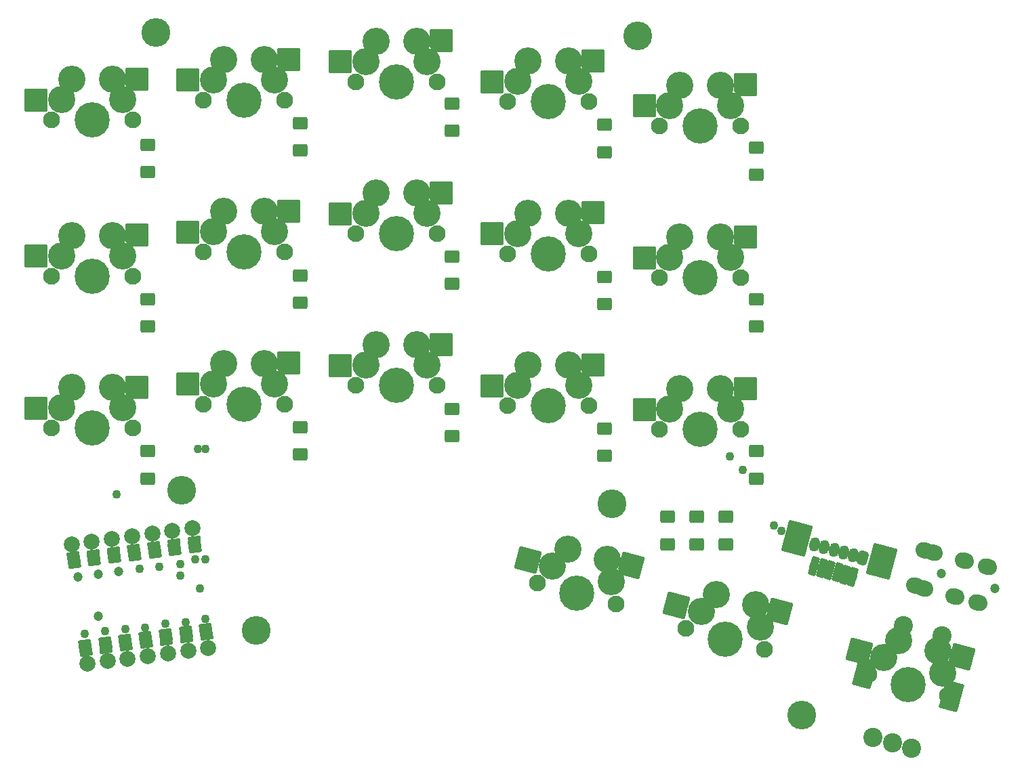
<source format=gbs>
G04 #@! TF.GenerationSoftware,KiCad,Pcbnew,7.0.5*
G04 #@! TF.CreationDate,2024-01-08T16:38:30+08:00*
G04 #@! TF.ProjectId,awkb_v2_mx,61776b62-5f76-4325-9f6d-782e6b696361,rev?*
G04 #@! TF.SameCoordinates,Original*
G04 #@! TF.FileFunction,Soldermask,Bot*
G04 #@! TF.FilePolarity,Negative*
%FSLAX46Y46*%
G04 Gerber Fmt 4.6, Leading zero omitted, Abs format (unit mm)*
G04 Created by KiCad (PCBNEW 7.0.5) date 2024-01-08 16:38:30*
%MOMM*%
%LPD*%
G01*
G04 APERTURE LIST*
G04 Aperture macros list*
%AMRoundRect*
0 Rectangle with rounded corners*
0 $1 Rounding radius*
0 $2 $3 $4 $5 $6 $7 $8 $9 X,Y pos of 4 corners*
0 Add a 4 corners polygon primitive as box body*
4,1,4,$2,$3,$4,$5,$6,$7,$8,$9,$2,$3,0*
0 Add four circle primitives for the rounded corners*
1,1,$1+$1,$2,$3*
1,1,$1+$1,$4,$5*
1,1,$1+$1,$6,$7*
1,1,$1+$1,$8,$9*
0 Add four rect primitives between the rounded corners*
20,1,$1+$1,$2,$3,$4,$5,0*
20,1,$1+$1,$4,$5,$6,$7,0*
20,1,$1+$1,$6,$7,$8,$9,0*
20,1,$1+$1,$8,$9,$2,$3,0*%
%AMHorizOval*
0 Thick line with rounded ends*
0 $1 width*
0 $2 $3 position (X,Y) of the first rounded end (center of the circle)*
0 $4 $5 position (X,Y) of the second rounded end (center of the circle)*
0 Add line between two ends*
20,1,$1,$2,$3,$4,$5,0*
0 Add two circle primitives to create the rounded ends*
1,1,$1,$2,$3*
1,1,$1,$4,$5*%
%AMFreePoly0*
4,1,37,1.228070,1.434758,1.247030,1.430987,1.319133,1.401121,1.335206,1.390381,1.390381,1.335206,1.401121,1.319133,1.430987,1.247030,1.434758,1.228070,1.438600,1.189056,1.438600,-1.189056,1.434758,-1.228070,1.430987,-1.247030,1.401121,-1.319133,1.390381,-1.335206,1.335206,-1.390381,1.319133,-1.401121,1.247030,-1.430987,1.228070,-1.434758,1.189056,-1.438600,-0.743160,-1.438600,
-0.829937,-1.418794,-0.884581,-1.380021,-1.380021,-0.884581,-1.427377,-0.809216,-1.438600,-0.743160,-1.438600,1.189056,-1.434758,1.228070,-1.430987,1.247030,-1.401121,1.319133,-1.390381,1.335206,-1.335206,1.390381,-1.319133,1.401121,-1.247030,1.430987,-1.228070,1.434758,-1.189056,1.438600,1.189056,1.438600,1.228070,1.434758,1.228070,1.434758,$1*%
%AMFreePoly1*
4,1,22,0.106406,0.569345,0.141421,0.541421,0.741421,-0.058579,0.788777,-0.133944,0.800000,-0.200000,0.800000,-0.400000,0.780193,-0.486777,0.724698,-0.556366,0.644504,-0.594986,0.600000,-0.600000,-0.600000,-0.600000,-0.686777,-0.580194,-0.756366,-0.524698,-0.794986,-0.444504,-0.800000,-0.400000,-0.800000,-0.200000,-0.780194,-0.113223,-0.741421,-0.058579,-0.141421,0.541421,-0.066056,0.588777,
0.022393,0.598742,0.106406,0.569345,0.106406,0.569345,$1*%
%AMFreePoly2*
4,1,26,0.686777,0.430194,0.756366,0.374698,0.794986,0.294504,0.800000,0.250000,0.800000,-1.000000,0.780194,-1.086777,0.724698,-1.156366,0.644504,-1.194986,0.555496,-1.194986,0.475302,-1.156366,0.458579,-1.141421,0.000000,-0.682842,-0.458579,-1.141421,-0.533944,-1.188778,-0.622393,-1.198742,-0.706406,-1.169345,-0.769345,-1.106406,-0.798742,-1.022393,-0.800000,-1.000000,-0.800000,0.250000,
-0.780194,0.336777,-0.724699,0.406366,-0.644505,0.444986,-0.600000,0.450000,0.600000,0.450000,0.686777,0.430194,0.686777,0.430194,$1*%
G04 Aperture macros list end*
%ADD10C,0.100000*%
%ADD11RoundRect,0.200000X0.700000X-0.600000X0.700000X0.600000X-0.700000X0.600000X-0.700000X-0.600000X0*%
%ADD12RoundRect,0.200000X-0.700000X0.600000X-0.700000X-0.600000X0.700000X-0.600000X0.700000X0.600000X0*%
%ADD13C,3.600000*%
%ADD14C,2.100000*%
%ADD15C,3.400000*%
%ADD16C,4.400000*%
%ADD17RoundRect,0.200000X-1.524317X-0.880065X0.880065X-1.524317X1.524317X0.880065X-0.880065X1.524317X0*%
%ADD18FreePoly0,345.000000*%
%ADD19RoundRect,0.200000X-1.244600X-1.244600X1.244600X-1.244600X1.244600X1.244600X-1.244600X1.244600X0*%
%ADD20FreePoly0,0.000000*%
%ADD21C,1.200000*%
%ADD22HorizOval,2.000000X-0.193185X0.051764X0.193185X-0.051764X0*%
%ADD23C,2.400000*%
%ADD24RoundRect,0.200000X0.551815X-1.804300X1.380036X1.286662X-0.551815X1.804300X-1.380036X-1.286662X0*%
%ADD25RoundRect,0.200000X-0.553426X-0.886986X0.035788X-1.044866X0.553426X0.886986X-0.035788X1.044866X0*%
%ADD26RoundRect,0.200000X-1.760215X-1.391849X0.828466X-2.085484X1.760215X1.391849X-0.828466X2.085484X0*%
%ADD27C,2.000000*%
%ADD28FreePoly1,187.500000*%
%ADD29FreePoly1,7.500000*%
%ADD30FreePoly2,7.500000*%
%ADD31FreePoly2,187.500000*%
%ADD32RoundRect,0.425000X0.340272X0.400580X-0.094394X0.517049X-0.340272X-0.400580X0.094394X-0.517049X0*%
%ADD33HorizOval,1.300000X0.064705X0.241481X-0.064705X-0.241481X0*%
%ADD34C,1.100000*%
G04 APERTURE END LIST*
D10*
X112750790Y-125999587D02*
X111743483Y-126132202D01*
X111610868Y-125124894D01*
X112618176Y-124992279D01*
X112750790Y-125999587D01*
G36*
X112750790Y-125999587D02*
G01*
X111743483Y-126132202D01*
X111610868Y-125124894D01*
X112618176Y-124992279D01*
X112750790Y-125999587D01*
G37*
X110232521Y-126331124D02*
X109225213Y-126463738D01*
X109092598Y-125456430D01*
X110099906Y-125323816D01*
X110232521Y-126331124D01*
G36*
X110232521Y-126331124D02*
G01*
X109225213Y-126463738D01*
X109092598Y-125456430D01*
X110099906Y-125323816D01*
X110232521Y-126331124D01*
G37*
X107714251Y-126662660D02*
X106706943Y-126795275D01*
X106574328Y-125787967D01*
X107581636Y-125655352D01*
X107714251Y-126662660D01*
G36*
X107714251Y-126662660D02*
G01*
X106706943Y-126795275D01*
X106574328Y-125787967D01*
X107581636Y-125655352D01*
X107714251Y-126662660D01*
G37*
X105195981Y-126994197D02*
X104188673Y-127126811D01*
X104056058Y-126119503D01*
X105063366Y-125986889D01*
X105195981Y-126994197D01*
G36*
X105195981Y-126994197D02*
G01*
X104188673Y-127126811D01*
X104056058Y-126119503D01*
X105063366Y-125986889D01*
X105195981Y-126994197D01*
G37*
X102677711Y-127325733D02*
X101670403Y-127458348D01*
X101537788Y-126451040D01*
X102545096Y-126318425D01*
X102677711Y-127325733D01*
G36*
X102677711Y-127325733D02*
G01*
X101670403Y-127458348D01*
X101537788Y-126451040D01*
X102545096Y-126318425D01*
X102677711Y-127325733D01*
G37*
X100159441Y-127657270D02*
X99152133Y-127789884D01*
X99019518Y-126782576D01*
X100026826Y-126649962D01*
X100159441Y-127657270D01*
G36*
X100159441Y-127657270D02*
G01*
X99152133Y-127789884D01*
X99019518Y-126782576D01*
X100026826Y-126649962D01*
X100159441Y-127657270D01*
G37*
X97641171Y-127988806D02*
X96633863Y-128121421D01*
X96501248Y-127114113D01*
X97508556Y-126981498D01*
X97641171Y-127988806D01*
G36*
X97641171Y-127988806D02*
G01*
X96633863Y-128121421D01*
X96501248Y-127114113D01*
X97508556Y-126981498D01*
X97641171Y-127988806D01*
G37*
X114236074Y-137281437D02*
X113228766Y-137414051D01*
X113096152Y-136406743D01*
X114103460Y-136274129D01*
X114236074Y-137281437D01*
G36*
X114236074Y-137281437D02*
G01*
X113228766Y-137414051D01*
X113096152Y-136406743D01*
X114103460Y-136274129D01*
X114236074Y-137281437D01*
G37*
X111717804Y-137612973D02*
X110710496Y-137745588D01*
X110577882Y-136738280D01*
X111585190Y-136605665D01*
X111717804Y-137612973D01*
G36*
X111717804Y-137612973D02*
G01*
X110710496Y-137745588D01*
X110577882Y-136738280D01*
X111585190Y-136605665D01*
X111717804Y-137612973D01*
G37*
X109199534Y-137944510D02*
X108192226Y-138077124D01*
X108059612Y-137069816D01*
X109066920Y-136937202D01*
X109199534Y-137944510D01*
G36*
X109199534Y-137944510D02*
G01*
X108192226Y-138077124D01*
X108059612Y-137069816D01*
X109066920Y-136937202D01*
X109199534Y-137944510D01*
G37*
X106681264Y-138276046D02*
X105673956Y-138408661D01*
X105541342Y-137401353D01*
X106548650Y-137268738D01*
X106681264Y-138276046D01*
G36*
X106681264Y-138276046D02*
G01*
X105673956Y-138408661D01*
X105541342Y-137401353D01*
X106548650Y-137268738D01*
X106681264Y-138276046D01*
G37*
X104162994Y-138607583D02*
X103155686Y-138740197D01*
X103023072Y-137732889D01*
X104030380Y-137600275D01*
X104162994Y-138607583D01*
G36*
X104162994Y-138607583D02*
G01*
X103155686Y-138740197D01*
X103023072Y-137732889D01*
X104030380Y-137600275D01*
X104162994Y-138607583D01*
G37*
X101644724Y-138939119D02*
X100637416Y-139071734D01*
X100504802Y-138064426D01*
X101512110Y-137931811D01*
X101644724Y-138939119D01*
G36*
X101644724Y-138939119D02*
G01*
X100637416Y-139071734D01*
X100504802Y-138064426D01*
X101512110Y-137931811D01*
X101644724Y-138939119D01*
G37*
X99126454Y-139270656D02*
X98119146Y-139403270D01*
X97986532Y-138395962D01*
X98993840Y-138263348D01*
X99126454Y-139270656D01*
G36*
X99126454Y-139270656D02*
G01*
X98119146Y-139403270D01*
X97986532Y-138395962D01*
X98993840Y-138263348D01*
X99126454Y-139270656D01*
G37*
D11*
X182367650Y-98485194D03*
X182367650Y-95085194D03*
D12*
X163367952Y-92284794D03*
X163367952Y-95684794D03*
X125368352Y-111084594D03*
X125368352Y-114484594D03*
D13*
X188067152Y-147042794D03*
D11*
X171314152Y-125706794D03*
X171314152Y-122306794D03*
D13*
X164318152Y-120626794D03*
D14*
X173589152Y-136247794D03*
D15*
X175473278Y-134123042D03*
X177357404Y-131998291D03*
D16*
X178496055Y-137562595D03*
D15*
X182264307Y-133313092D03*
X182833633Y-136095244D03*
D14*
X183402958Y-138877396D03*
D17*
X172381048Y-133347074D03*
D18*
X185235300Y-134089083D03*
D12*
X163367952Y-111285194D03*
X163367952Y-114685194D03*
D11*
X144367752Y-112184794D03*
X144367752Y-108784794D03*
X182367650Y-79485394D03*
X182367650Y-76085394D03*
D14*
X151287952Y-70384834D03*
D15*
X152557952Y-67844833D03*
X153827952Y-65304834D03*
D16*
X156367952Y-70384834D03*
D15*
X158907952Y-65304834D03*
X160177952Y-67844834D03*
D14*
X161447952Y-70384834D03*
D19*
X149370252Y-67895634D03*
D20*
X161978552Y-65285434D03*
D14*
X151287952Y-89384794D03*
D15*
X152557952Y-86844793D03*
X153827952Y-84304794D03*
D16*
X156367952Y-89384794D03*
D15*
X158907952Y-84304794D03*
X160177952Y-86844794D03*
D14*
X161447952Y-89384794D03*
D19*
X149370252Y-86895594D03*
D20*
X161978552Y-84285394D03*
D11*
X144367752Y-73984634D03*
X144367752Y-70584634D03*
D12*
X125368352Y-92084994D03*
X125368352Y-95484994D03*
D14*
X155035527Y-130550933D03*
D15*
X156919653Y-128426181D03*
X158803779Y-126301430D03*
D16*
X159942430Y-131865734D03*
D15*
X163710682Y-127616231D03*
X164280008Y-130398383D03*
D14*
X164849333Y-133180535D03*
D17*
X153827423Y-127650213D03*
D18*
X166681675Y-128392222D03*
D14*
X151287952Y-108385194D03*
D15*
X152557952Y-105845193D03*
X153827952Y-103305194D03*
D16*
X156367952Y-108385194D03*
D15*
X158907952Y-103305194D03*
X160177952Y-105845194D03*
D14*
X161447952Y-108385194D03*
D19*
X149370252Y-105895994D03*
D20*
X161978552Y-103285794D03*
D11*
X182367650Y-117485194D03*
X182367650Y-114085194D03*
X106368152Y-79184994D03*
X106368152Y-75784994D03*
D14*
X94288152Y-72684994D03*
D15*
X95558152Y-70144993D03*
X96828152Y-67604994D03*
D16*
X99368152Y-72684994D03*
D15*
X101908152Y-67604994D03*
X103178152Y-70144994D03*
D14*
X104448152Y-72684994D03*
D19*
X92370452Y-70195794D03*
D20*
X104978752Y-67585594D03*
D14*
X170287650Y-92385194D03*
D15*
X171557650Y-89845193D03*
X172827650Y-87305194D03*
D16*
X175367650Y-92385194D03*
D15*
X177907650Y-87305194D03*
X179177650Y-89845194D03*
D14*
X180447650Y-92385194D03*
D19*
X168369950Y-89895994D03*
D20*
X180978250Y-87285794D03*
D11*
X144367752Y-93184594D03*
X144367752Y-89784594D03*
D14*
X170287650Y-73385394D03*
D15*
X171557650Y-70845393D03*
X172827650Y-68305394D03*
D16*
X175367650Y-73385394D03*
D15*
X177907650Y-68305394D03*
X179177650Y-70845394D03*
D14*
X180447650Y-73385394D03*
D19*
X168369950Y-70896194D03*
D20*
X180978250Y-68285994D03*
D12*
X125368352Y-73085394D03*
X125368352Y-76485394D03*
D11*
X174928152Y-125706794D03*
X174928152Y-122306794D03*
D14*
X94288152Y-111184794D03*
D15*
X95558152Y-108644793D03*
X96828152Y-106104794D03*
D16*
X99368152Y-111184794D03*
D15*
X101908152Y-106104794D03*
X103178152Y-108644794D03*
D14*
X104448152Y-111184794D03*
D19*
X92370452Y-108695594D03*
D20*
X104978752Y-106085394D03*
D11*
X178542152Y-125706794D03*
X178542152Y-122306794D03*
D13*
X110597152Y-118975794D03*
D14*
X113288352Y-108184594D03*
D15*
X114558352Y-105644593D03*
X115828352Y-103104594D03*
D16*
X118368352Y-108184594D03*
D15*
X120908352Y-103104594D03*
X122178352Y-105644594D03*
D14*
X123448352Y-108184594D03*
D19*
X111370652Y-105695394D03*
D20*
X123978952Y-103085194D03*
D14*
X196407926Y-141977921D03*
D15*
X198292052Y-139853169D03*
X200176178Y-137728418D03*
D16*
X201314829Y-143292722D03*
D15*
X205083081Y-139043219D03*
X205652407Y-141825371D03*
D14*
X206221732Y-144607523D03*
D17*
X195199822Y-139077201D03*
D18*
X208054074Y-139819210D03*
D14*
X113288352Y-70185394D03*
D15*
X114558352Y-67645393D03*
X115828352Y-65105394D03*
D16*
X118368352Y-70185394D03*
D15*
X120908352Y-65105394D03*
X122178352Y-67645394D03*
D14*
X123448352Y-70185394D03*
D19*
X111370652Y-67696194D03*
D20*
X123978952Y-65085994D03*
D13*
X167569179Y-62196750D03*
D14*
X94288152Y-92184394D03*
D15*
X95558152Y-89644393D03*
X96828152Y-87104394D03*
D16*
X99368152Y-92184394D03*
D15*
X101908152Y-87104394D03*
X103178152Y-89644394D03*
D14*
X104448152Y-92184394D03*
D19*
X92370452Y-89695194D03*
D20*
X104978752Y-87084994D03*
D14*
X132287752Y-67884634D03*
D15*
X133557752Y-65344633D03*
X134827752Y-62804634D03*
D16*
X137367752Y-67884634D03*
D15*
X139907752Y-62804634D03*
X141177752Y-65344634D03*
D14*
X142447752Y-67884634D03*
D19*
X130370052Y-65395434D03*
D20*
X142978352Y-62785234D03*
D21*
X212207559Y-131219999D03*
X205446078Y-129408265D03*
D22*
X204484326Y-126738371D03*
X203305313Y-131215784D03*
X208348030Y-127773647D03*
X207169016Y-132251060D03*
X211245807Y-128550104D03*
X210066794Y-133027517D03*
X203433362Y-126487824D03*
X202231240Y-130896929D03*
D11*
X106368152Y-117484794D03*
X106368152Y-114084794D03*
D13*
X107320552Y-61749594D03*
X119893552Y-136527194D03*
D14*
X170287650Y-111385194D03*
D15*
X171557650Y-108845193D03*
X172827650Y-106305194D03*
D16*
X175367650Y-111385194D03*
D15*
X177907650Y-106305194D03*
X179177650Y-108845194D03*
D14*
X180447650Y-111385194D03*
D19*
X168369950Y-108895994D03*
D20*
X180978250Y-106285794D03*
D14*
X132287752Y-105884794D03*
D15*
X133557752Y-103344793D03*
X134827752Y-100804794D03*
D16*
X137367752Y-105884794D03*
D15*
X139907752Y-100804794D03*
X141177752Y-103344794D03*
D14*
X142447752Y-105884794D03*
D19*
X130370052Y-103395594D03*
D20*
X142978352Y-100785394D03*
D23*
X196958872Y-149890118D03*
X201788501Y-151184213D03*
X199373686Y-150537166D03*
D24*
X206724014Y-144742109D03*
X195905644Y-141843335D03*
D23*
X205541377Y-137178289D03*
X200711748Y-135884194D03*
D14*
X132287752Y-86884594D03*
D15*
X133557752Y-84344593D03*
X134827752Y-81804594D03*
D16*
X137367752Y-86884594D03*
D15*
X139907752Y-81804594D03*
X141177752Y-84344594D03*
D14*
X142447752Y-86884594D03*
D19*
X130370052Y-84395394D03*
D20*
X142978352Y-81785194D03*
D11*
X106368152Y-98484394D03*
X106368152Y-95084394D03*
D12*
X163367952Y-73284834D03*
X163367952Y-76684834D03*
D14*
X113288352Y-89184994D03*
D15*
X114558352Y-86644993D03*
X115828352Y-84104994D03*
D16*
X118368352Y-89184994D03*
D15*
X120908352Y-84104994D03*
X122178352Y-86644994D03*
D14*
X123448352Y-89184994D03*
D19*
X111370652Y-86695794D03*
D20*
X123978952Y-84085594D03*
D25*
X189587523Y-128476699D03*
X190553449Y-128735518D03*
X191519375Y-128994337D03*
X192485301Y-129253156D03*
X193451226Y-129511975D03*
X194417152Y-129770794D03*
D26*
X187424098Y-124998238D03*
X198029964Y-127840071D03*
D27*
X111936850Y-123709032D03*
X109418580Y-124040568D03*
X106900310Y-124372105D03*
X104382040Y-124703641D03*
X101863770Y-125035178D03*
X99345500Y-125366714D03*
X96827230Y-125698251D03*
D28*
X112147676Y-125310414D03*
X109629406Y-125641950D03*
X107111136Y-125973487D03*
X104592866Y-126305023D03*
X102074596Y-126636560D03*
X99556326Y-126968096D03*
X97038056Y-127299633D03*
D29*
X113699266Y-137095917D03*
X111180997Y-137427453D03*
X108662727Y-137758990D03*
X106144457Y-138090526D03*
X103626187Y-138422063D03*
X101107917Y-138753600D03*
X98589647Y-139085136D03*
D27*
X113908135Y-138682427D03*
X111389865Y-139013963D03*
X108871595Y-139345500D03*
X106353325Y-139677037D03*
X103835055Y-140008573D03*
X101316785Y-140340110D03*
X98798515Y-140671646D03*
D30*
X98457032Y-138077828D03*
X100975302Y-137746292D03*
X103493572Y-137414755D03*
X106011842Y-137083219D03*
X108530112Y-136751682D03*
X111048382Y-136420145D03*
X113566652Y-136088609D03*
D31*
X112280290Y-126317722D03*
X109762020Y-126649258D03*
X107243750Y-126980795D03*
X104725480Y-127312331D03*
X102207210Y-127643868D03*
X99688940Y-127975404D03*
X97170670Y-128306941D03*
D32*
X195699771Y-127398807D03*
D33*
X194492364Y-127075283D03*
X193284956Y-126751759D03*
X192077549Y-126428236D03*
X190870142Y-126104712D03*
X189662735Y-125781188D03*
D34*
X98457850Y-136947982D03*
X100975302Y-136542400D03*
X103501100Y-136288400D03*
X102471500Y-119509194D03*
X92458756Y-70170397D03*
X130370052Y-65395434D03*
X168369950Y-70896194D03*
D21*
X100184869Y-134713600D03*
X194417152Y-129770794D03*
X100184869Y-129495931D03*
D34*
X111370652Y-67696194D03*
X104978752Y-106085394D03*
X111370652Y-105695394D03*
X106004656Y-136122144D03*
X111370652Y-86695794D03*
X104978752Y-67585594D03*
X104978752Y-87084994D03*
X112586308Y-113810094D03*
X149370252Y-86895594D03*
X149370252Y-67895634D03*
X108530800Y-135678800D03*
X149370252Y-105895994D03*
X142978352Y-100785394D03*
X142978352Y-81785194D03*
X142978352Y-62785234D03*
X180978250Y-68285994D03*
X113543552Y-113810094D03*
X111038863Y-135456737D03*
X180644624Y-105952168D03*
X180978250Y-87285794D03*
X153827423Y-127650213D03*
X179050152Y-114759694D03*
X180707752Y-116417294D03*
X195199822Y-139077201D03*
X172381048Y-133347074D03*
X113560000Y-135018400D03*
X113560000Y-127597432D03*
X123978952Y-65085994D03*
X161978552Y-65285434D03*
X166681675Y-128392222D03*
X193451226Y-129511975D03*
X107815283Y-128506217D03*
X208054074Y-139819210D03*
X112848800Y-131206494D03*
X185527152Y-124055794D03*
X112280290Y-127578394D03*
X190553449Y-128735518D03*
D21*
X97608800Y-129786000D03*
X189587523Y-128476699D03*
X102701972Y-129163228D03*
D34*
X123978952Y-103085194D03*
X130370052Y-103395594D03*
X168369950Y-108895994D03*
X92370452Y-108695594D03*
X161978552Y-103285794D03*
X92370452Y-89695194D03*
X123978952Y-84085594D03*
X130370052Y-84395394D03*
X161978552Y-84285394D03*
X168369950Y-89895994D03*
X185235300Y-134089083D03*
X110359600Y-129596900D03*
X192485300Y-129253156D03*
X110364837Y-128205963D03*
X191519374Y-128994337D03*
X184561952Y-123381294D03*
X105279600Y-128820800D03*
M02*

</source>
